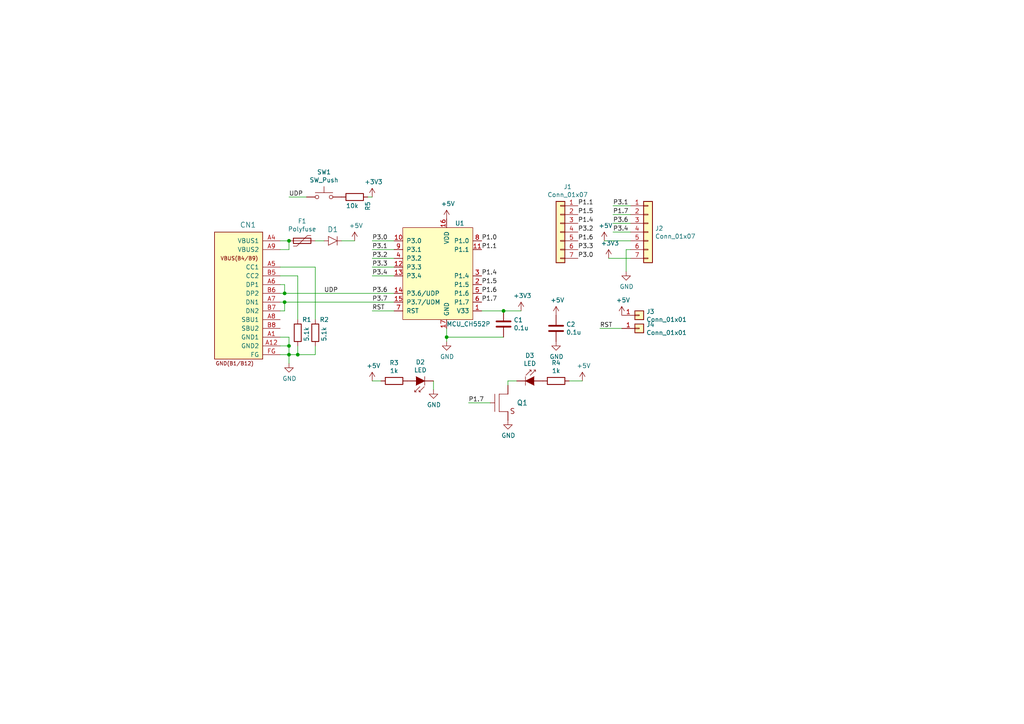
<source format=kicad_sch>
(kicad_sch (version 20211123) (generator eeschema)
  (paper "A4")
  (lib_symbols
    (symbol "Connector_Generic:Conn_01x01" (pin_names (offset 1.016) hide)
      (property "Reference" "J" (at 0 2.54 0))
      (property "Value" "Conn_01x01" (at 0 -2.54 0))
      (symbol "Conn_01x01_1_1"
        (rectangle (start -1.27 0.127) (end 0 -0.127) (stroke (width 0.1524)))
        (rectangle (start -1.27 1.27) (end 1.27 -1.27) (stroke (width 0.254)) (fill (type background)))
        (pin passive line (at -5.08 0 0) (length 3.81) (name "Pin_1") (number "1"))
      )
    )
    (symbol "Connector_Generic:Conn_01x07" (pin_names (offset 1.016) hide)
      (property "Reference" "J" (at 0 10.16 0))
      (property "Value" "Conn_01x07" (at 0 -10.16 0))
      (symbol "Conn_01x07_1_1"
        (rectangle (start -1.27 -7.493) (end 0 -7.747) (stroke (width 0.1524)))
        (rectangle (start -1.27 -4.953) (end 0 -5.207) (stroke (width 0.1524)))
        (rectangle (start -1.27 -2.413) (end 0 -2.667) (stroke (width 0.1524)))
        (rectangle (start -1.27 0.127) (end 0 -0.127) (stroke (width 0.1524)))
        (rectangle (start -1.27 2.667) (end 0 2.413) (stroke (width 0.1524)))
        (rectangle (start -1.27 5.207) (end 0 4.953) (stroke (width 0.1524)))
        (rectangle (start -1.27 7.747) (end 0 7.493) (stroke (width 0.1524)))
        (rectangle (start -1.27 8.89) (end 1.27 -8.89) (stroke (width 0.254)) (fill (type background)))
        (pin passive line (at -5.08 7.62 0) (length 3.81) (name "Pin_1") (number "1"))
        (pin passive line (at -5.08 5.08 0) (length 3.81) (name "Pin_2") (number "2"))
        (pin passive line (at -5.08 2.54 0) (length 3.81) (name "Pin_3") (number "3"))
        (pin passive line (at -5.08 0 0) (length 3.81) (name "Pin_4") (number "4"))
        (pin passive line (at -5.08 -2.54 0) (length 3.81) (name "Pin_5") (number "5"))
        (pin passive line (at -5.08 -5.08 0) (length 3.81) (name "Pin_6") (number "6"))
        (pin passive line (at -5.08 -7.62 0) (length 3.81) (name "Pin_7") (number "7"))
      )
    )
    (symbol "Device:C" (pin_numbers hide) (pin_names (offset 0.254))
      (property "Reference" "C" (at 0.635 2.54 0))
      (property "Value" "C" (at 0.635 -2.54 0))
      (symbol "C_0_1"
        (polyline (pts (xy -2.032 -0.762) (xy 2.032 -0.762)) (stroke (width 0.508)))
        (polyline (pts (xy -2.032 0.762) (xy 2.032 0.762)) (stroke (width 0.508)))
      )
      (symbol "C_1_1"
        (pin passive line (at 0 3.81 270) (length 2.794) (name "~") (number "1"))
        (pin passive line (at 0 -3.81 90) (length 2.794) (name "~") (number "2"))
      )
    )
    (symbol "Device:Polyfuse" (pin_numbers hide) (pin_names (offset 0))
      (property "Reference" "F" (at -2.54 0 90))
      (property "Value" "Polyfuse" (at 2.54 0 90))
      (symbol "Polyfuse_0_1"
        (rectangle (start -0.762 2.54) (end 0.762 -2.54) (stroke (width 0.254)))
        (polyline (pts (xy 0 2.54) (xy 0 -2.54)))
        (polyline (pts (xy -1.524 2.54) (xy -1.524 1.524) (xy 1.524 -1.524) (xy 1.524 -2.54)))
      )
      (symbol "Polyfuse_1_1"
        (pin passive line (at 0 3.81 270) (length 1.27) (name "~") (number "1"))
        (pin passive line (at 0 -3.81 90) (length 1.27) (name "~") (number "2"))
      )
    )
    (symbol "Device:R" (pin_numbers hide) (pin_names (offset 0))
      (property "Reference" "R" (at 2.032 0 90))
      (property "Value" "R" (at 0 0 90))
      (symbol "R_0_1"
        (rectangle (start -1.016 -2.54) (end 1.016 2.54) (stroke (width 0.254)))
      )
      (symbol "R_1_1"
        (pin passive line (at 0 3.81 270) (length 1.27) (name "~") (number "1"))
        (pin passive line (at 0 -3.81 90) (length 1.27) (name "~") (number "2"))
      )
    )
    (symbol "Switch:SW_Push" (pin_numbers hide) (pin_names (offset 1.016) hide)
      (property "Reference" "SW" (at 1.27 2.54 0))
      (property "Value" "SW_Push" (at 0 -1.524 0))
      (symbol "SW_Push_0_1"
        (circle (center -2.032 0) (radius 0.508))
        (polyline (pts (xy 0 1.27) (xy 0 3.048)))
        (polyline (pts (xy 2.54 1.27) (xy -2.54 1.27)))
        (circle (center 2.032 0) (radius 0.508))
        (pin passive line (at -5.08 0 0) (length 2.54) (name "1") (number "1"))
        (pin passive line (at 5.08 0 180) (length 2.54) (name "2") (number "2"))
      )
    )
    (symbol "akita:CON_USB-C-16" (pin_names (offset 1.016))
      (property "Reference" "CN" (at -7.62 20.32 0))
      (symbol "CON_USB-C-16_1_0"
        (text "GND(B1/B12)" (at -5.08 -17.78 0) (effects (font (size 1.0668 1.0668)) (justify left)))
        (text "VBUS(B4/B9)" (at -6.35 12.7 0) (effects (font (size 1.0668 1.0668)) (justify left)))
        (pin bidirectional line (at -12.7 -10.16 0) (length 5.08) (name "GND1") (number "A1"))
        (pin bidirectional line (at -12.7 -12.7 0) (length 5.08) (name "GND2") (number "A12"))
        (pin bidirectional line (at -12.7 17.78 0) (length 5.08) (name "VBUS1") (number "A4"))
        (pin bidirectional line (at -12.7 10.16 0) (length 5.08) (name "CC1") (number "A5"))
        (pin bidirectional line (at -12.7 5.08 0) (length 5.08) (name "DP1") (number "A6"))
        (pin bidirectional line (at -12.7 0 0) (length 5.08) (name "DN1") (number "A7"))
        (pin bidirectional line (at -12.7 -5.08 0) (length 5.08) (name "SBU1") (number "A8"))
        (pin bidirectional line (at -12.7 15.24 0) (length 5.08) (name "VBUS2") (number "A9"))
        (pin bidirectional line (at -12.7 7.62 0) (length 5.08) (name "CC2") (number "B5"))
        (pin bidirectional line (at -12.7 2.54 0) (length 5.08) (name "DP2") (number "B6"))
        (pin bidirectional line (at -12.7 -2.54 0) (length 5.08) (name "DN2") (number "B7"))
        (pin bidirectional line (at -12.7 -7.62 0) (length 5.08) (name "SBU2") (number "B8"))
      )
      (symbol "CON_USB-C-16_1_1"
        (rectangle (start -7.62 20.32) (end 6.35 -16.51) (stroke (width 0.2032)) (fill (type background)))
        (pin power_in line (at -12.7 -15.24 0) (length 5.08) (name "FG") (number "FG"))
      )
    )
    (symbol "akita:DIODE" (pin_names (offset 1.016))
      (property "Reference" "D" (at -2.54 2.54 0))
      (symbol "DIODE_1_0"
        (polyline (pts (xy -2.54 0) (xy -1.27 0)))
        (polyline (pts (xy -1.27 -1.27) (xy 1.27 0)))
        (polyline (pts (xy -1.27 0) (xy -1.27 -1.27)))
        (polyline (pts (xy -1.27 1.27) (xy -1.27 0)))
        (polyline (pts (xy 1.27 0) (xy -1.27 1.27)))
        (polyline (pts (xy 1.27 0) (xy 1.27 -1.27)))
        (polyline (pts (xy 1.27 1.27) (xy 1.27 0)))
        (polyline (pts (xy 2.54 0) (xy 1.27 0)))
        (pin passive line (at -2.54 0 0) (length 0) (name "A") (number "A"))
        (pin passive line (at 2.54 0 180) (length 0) (name "K") (number "K"))
      )
    )
    (symbol "akita:LED" (pin_numbers hide) (pin_names (offset 1.016) hide)
      (property "Reference" "D" (at 0.508 1.778 0))
      (property "Value" "LED" (at -1.016 -2.794 0))
      (symbol "LED_0_1"
        (polyline (pts (xy -2.54 1.27) (xy -2.54 -1.27)) (stroke (width 0.1524)))
        (polyline (pts (xy 0.381 3.175) (xy -0.127 3.175)))
        (polyline (pts (xy -1.143 1.651) (xy 0.381 3.175) (xy 0.381 2.667)))
        (polyline (pts (xy 0 1.27) (xy -2.54 0) (xy 0 -1.27)) (fill (type outline)))
        (polyline (pts (xy -2.413 1.651) (xy -0.889 3.175) (xy -0.889 2.667) (xy -0.889 3.175) (xy -1.397 3.175)))
      )
      (symbol "LED_1_1"
        (pin passive line (at -5.08 0 0) (length 2.54) (name "K") (number "1"))
        (pin passive line (at 2.54 0 180) (length 2.54) (name "A") (number "2"))
      )
    )
    (symbol "akita:MCU_CH552P" (pin_names (offset 1.016))
      (property "Reference" "U" (at 13.97 -2.54 0))
      (property "Value" "MCU_CH552P" (at 10.16 -13.97 0))
      (symbol "MCU_CH552P_0_1"
        (rectangle (start -10.16 13.97) (end 10.16 -12.7) (fill (type background)))
      )
      (symbol "MCU_CH552P_1_1"
        (pin power_out line (at 12.7 -10.16 180) (length 2.54) (name "V33") (number "1"))
        (pin input line (at -12.7 10.16 0) (length 2.54) (name "P3.0") (number "10"))
        (pin input line (at 12.7 7.62 180) (length 2.54) (name "P1.1") (number "11"))
        (pin input line (at -12.7 2.54 0) (length 2.54) (name "P3.3") (number "12"))
        (pin input line (at -12.7 0 0) (length 2.54) (name "P3.4") (number "13"))
        (pin input line (at -12.7 -5.08 0) (length 2.54) (name "P3.6/UDP") (number "14"))
        (pin input line (at -12.7 -7.62 0) (length 2.54) (name "P3.7/UDM") (number "15"))
        (pin power_in line (at 2.54 16.51 270) (length 2.54) (name "VDD") (number "16"))
        (pin power_in line (at 2.54 -15.24 90) (length 2.54) (name "GND") (number "17"))
        (pin bidirectional line (at 12.7 -2.54 180) (length 2.54) (name "P1.5") (number "2"))
        (pin bidirectional line (at 12.7 0 180) (length 2.54) (name "P1.4") (number "3"))
        (pin input line (at -12.7 5.08 0) (length 2.54) (name "P3.2") (number "4"))
        (pin bidirectional line (at 12.7 -5.08 180) (length 2.54) (name "P1.6") (number "5"))
        (pin bidirectional line (at 12.7 -7.62 180) (length 2.54) (name "P1.7") (number "6"))
        (pin input line (at -12.7 -10.16 0) (length 2.54) (name "RST") (number "7"))
        (pin input line (at 12.7 10.16 180) (length 2.54) (name "P1.0") (number "8"))
        (pin input line (at -12.7 7.62 0) (length 2.54) (name "P3.1") (number "9"))
      )
    )
    (symbol "akita:TR_NMOS_IRLML6344" (pin_names (offset 1.016))
      (property "Reference" "Q" (at 3.048 0.508 0))
      (symbol "TR_NMOS_IRLML6344_1_0"
        (polyline (pts (xy -2.54 0) (xy -1.27 0)))
        (polyline (pts (xy -1.27 2.54) (xy -1.27 -2.54)))
        (polyline (pts (xy 0 -2.54) (xy 2.54 -2.54)))
        (polyline (pts (xy 0 2.54) (xy 0 -2.54)))
        (polyline (pts (xy 2.54 2.54) (xy 0 2.54)))
        (text "S" (at 3.048 -3.302 0) (effects (font (size 1.4986 1.4986)) (justify left bottom)))
        (pin bidirectional line (at -2.54 0 0) (length 0) (name "G") (number "1"))
        (pin bidirectional line (at 2.54 -5.08 90) (length 2.54) (name "S") (number "2"))
        (pin bidirectional line (at 2.54 5.08 270) (length 2.54) (name "D") (number "3"))
      )
    )
    (symbol "power:+3V3" (power) (pin_names (offset 0))
      (property "Value" "+3V3" (at 0 3.556 0))
      (symbol "+3V3_0_1"
        (polyline (pts (xy -0.762 1.27) (xy 0 2.54)))
        (polyline (pts (xy 0 0) (xy 0 2.54)))
        (polyline (pts (xy 0 2.54) (xy 0.762 1.27)))
      )
      (symbol "+3V3_1_1"
        (pin power_in line (at 0 0 90) (length 0) hide (name "+3V3") (number "1"))
      )
    )
    (symbol "power:+5V" (power) (pin_names (offset 0))
      (property "Value" "+5V" (at 0 3.556 0))
      (symbol "+5V_0_1"
        (polyline (pts (xy -0.762 1.27) (xy 0 2.54)))
        (polyline (pts (xy 0 0) (xy 0 2.54)))
        (polyline (pts (xy 0 2.54) (xy 0.762 1.27)))
      )
      (symbol "+5V_1_1"
        (pin power_in line (at 0 0 90) (length 0) hide (name "+5V") (number "1"))
      )
    )
    (symbol "power:GND" (power) (pin_names (offset 0))
      (property "Value" "GND" (at 0 -3.81 0))
      (symbol "GND_0_1"
        (polyline (pts (xy 0 0) (xy 0 -1.27) (xy 1.27 -1.27) (xy 0 -2.54) (xy -1.27 -1.27) (xy 0 -1.27)))
      )
      (symbol "GND_1_1"
        (pin power_in line (at 0 0 270) (length 0) hide (name "GND") (number "1"))
      )
    )
  )
  (junction (at 82.55 85.09))
  (junction (at 82.55 87.63))
  (junction (at 83.82 102.87))
  (junction (at 83.82 69.85))
  (junction (at 146.05 90.17))
  (junction (at 86.36 102.87))
  (junction (at 129.54 97.79))
  (junction (at 83.82 100.33))
  (wire (pts (xy 129.54 99.06) (xy 129.54 97.79)))
  (wire (pts (xy 81.28 82.55) (xy 82.55 82.55)))
  (wire (pts (xy 83.82 97.79) (xy 83.82 100.33)))
  (wire (pts (xy 82.55 87.63) (xy 114.3 87.63)))
  (wire (pts (xy 81.28 85.09) (xy 82.55 85.09)))
  (wire (pts (xy 99.06 69.85) (xy 102.87 69.85)))
  (wire (pts (xy 81.28 69.85) (xy 83.82 69.85)))
  (wire (pts (xy 82.55 85.09) (xy 114.3 85.09)))
  (wire (pts (xy 91.44 69.85) (xy 93.98 69.85)))
  (wire (pts (xy 86.36 102.87) (xy 91.44 102.87)))
  (wire (pts (xy 180.34 95.25) (xy 173.99 95.25)))
  (wire (pts (xy 177.8 62.23) (xy 182.88 62.23)))
  (wire (pts (xy 182.88 59.69) (xy 177.8 59.69)))
  (wire (pts (xy 114.3 72.39) (xy 107.95 72.39)))
  (wire (pts (xy 86.36 80.01) (xy 86.36 92.71)))
  (wire (pts (xy 81.28 102.87) (xy 83.82 102.87)))
  (wire (pts (xy 181.61 72.39) (xy 181.61 78.74)))
  (wire (pts (xy 86.36 102.87) (xy 86.36 100.33)))
  (wire (pts (xy 182.88 67.31) (xy 177.8 67.31)))
  (wire (pts (xy 182.88 69.85) (xy 175.26 69.85)))
  (wire (pts (xy 147.32 110.49) (xy 147.32 111.76)))
  (wire (pts (xy 83.82 72.39) (xy 83.82 69.85)))
  (wire (pts (xy 91.44 102.87) (xy 91.44 100.33)))
  (wire (pts (xy 114.3 69.85) (xy 107.95 69.85)))
  (wire (pts (xy 81.28 100.33) (xy 83.82 100.33)))
  (wire (pts (xy 83.82 102.87) (xy 86.36 102.87)))
  (wire (pts (xy 146.05 90.17) (xy 151.13 90.17)))
  (wire (pts (xy 110.49 110.49) (xy 107.95 110.49)))
  (wire (pts (xy 81.28 72.39) (xy 83.82 72.39)))
  (wire (pts (xy 81.28 97.79) (xy 83.82 97.79)))
  (wire (pts (xy 82.55 90.17) (xy 82.55 87.63)))
  (wire (pts (xy 81.28 80.01) (xy 86.36 80.01)))
  (wire (pts (xy 182.88 72.39) (xy 181.61 72.39)))
  (wire (pts (xy 91.44 77.47) (xy 91.44 92.71)))
  (wire (pts (xy 139.7 90.17) (xy 146.05 90.17)))
  (wire (pts (xy 165.1 110.49) (xy 168.91 110.49)))
  (wire (pts (xy 81.28 77.47) (xy 91.44 77.47)))
  (wire (pts (xy 106.68 57.15) (xy 107.95 57.15)))
  (wire (pts (xy 83.82 102.87) (xy 83.82 105.41)))
  (wire (pts (xy 149.86 110.49) (xy 147.32 110.49)))
  (wire (pts (xy 114.3 77.47) (xy 107.95 77.47)))
  (wire (pts (xy 83.82 100.33) (xy 83.82 102.87)))
  (wire (pts (xy 129.54 97.79) (xy 129.54 95.25)))
  (wire (pts (xy 81.28 90.17) (xy 82.55 90.17)))
  (wire (pts (xy 125.73 113.03) (xy 125.73 110.49)))
  (wire (pts (xy 182.88 74.93) (xy 176.53 74.93)))
  (wire (pts (xy 142.24 116.84) (xy 135.89 116.84)))
  (wire (pts (xy 81.28 87.63) (xy 82.55 87.63)))
  (wire (pts (xy 88.9 57.15) (xy 83.82 57.15)))
  (wire (pts (xy 114.3 74.93) (xy 107.95 74.93)))
  (wire (pts (xy 107.95 90.17) (xy 114.3 90.17)))
  (wire (pts (xy 114.3 80.01) (xy 107.95 80.01)))
  (wire (pts (xy 146.05 97.79) (xy 129.54 97.79)))
  (wire (pts (xy 182.88 64.77) (xy 177.8 64.77)))
  (wire (pts (xy 82.55 82.55) (xy 82.55 85.09)))
  (label "P1.4" (at 167.64 64.77 0))
  (label "P3.6" (at 107.95 85.09 0))
  (label "RST" (at 173.99 95.25 0))
  (label "P1.5" (at 139.7 82.55 0))
  (label "P3.7" (at 107.95 87.63 0))
  (label "P1.1" (at 139.7 72.39 0))
  (label "P3.0" (at 167.64 74.93 0))
  (label "P3.4" (at 107.95 80.01 0))
  (label "UDP" (at 83.82 57.15 0))
  (label "P1.7" (at 139.7 87.63 0))
  (label "RST" (at 107.95 90.17 0))
  (label "P1.1" (at 167.64 59.69 0))
  (label "P1.4" (at 139.7 80.01 0))
  (label "P3.1" (at 177.8 59.69 0))
  (label "P3.2" (at 167.64 67.31 0))
  (label "P1.5" (at 167.64 62.23 0))
  (label "P1.6" (at 139.7 85.09 0))
  (label "P3.6" (at 177.8 64.77 0))
  (label "P1.0" (at 139.7 69.85 0))
  (label "P3.1" (at 107.95 72.39 0))
  (label "P3.3" (at 167.64 72.39 0))
  (label "P3.2" (at 107.95 74.93 0))
  (label "P3.3" (at 107.95 77.47 0))
  (label "P3.4" (at 177.8 67.31 0))
  (label "P1.7" (at 177.8 62.23 0))
  (label "P1.6" (at 167.64 69.85 0))
  (label "P3.0" (at 107.95 69.85 0))
  (label "P1.7" (at 135.89 116.84 0))
  (label "UDP" (at 93.98 85.09 0))
  (symbol (lib_id "power:+5V") (at 129.54 63.5 0) (unit 1)
    (property "Reference" "#PWR05" (effects hide))
    (property "Value" "+5V" (at 129.921 59.1058 0))
  )
  (symbol (lib_id "power:GND") (at 129.54 99.06 0) (unit 1)
    (property "Reference" "#PWR06" (effects hide))
    (property "Value" "GND" (at 129.667 103.4542 0))
  )
  (symbol (lib_id "power:+3V3") (at 151.13 90.17 0) (unit 1)
    (property "Reference" "#PWR07" (effects hide))
    (property "Value" "+3V3" (at 151.511 85.7758 0))
  )
  (symbol (lib_id "akita:CON_USB-C-16") (at 68.58 87.63 0) (mirror y) (unit 1)
    (property "Reference" "CN1" (at 71.9328 65.2272 0) (effects (font (size 1.4986 1.4986))))
    (property "Value" "CON_USB-C-16" (effects hide))
    (property "Footprint" "akita:USB-C_16P_TH" (effects hide))
  )
  (symbol (lib_id "Device:R") (at 86.36 96.52 0) (unit 1)
    (property "Reference" "R1" (at 87.63 92.71 0) (effects (justify left)))
    (property "Value" "5.1k" (at 88.9 99.06 90) (effects (justify left)))
    (property "Footprint" "Resistor_SMD:R_0603_1608Metric" (effects hide))
  )
  (symbol (lib_id "Device:C") (at 146.05 93.98 0) (unit 1)
    (property "Reference" "C1" (at 148.971 92.8116 0) (effects (justify left)))
    (property "Value" "0.1u" (at 148.971 95.123 0) (effects (justify left)))
    (property "Footprint" "Capacitor_SMD:C_0603_1608Metric" (effects hide))
  )
  (symbol (lib_id "power:+5V") (at 175.26 69.85 0) (unit 1)
    (property "Reference" "#PWR0105" (effects hide))
    (property "Value" "+5V" (at 175.641 65.4558 0))
  )
  (symbol (lib_id "Device:R") (at 91.44 96.52 0) (unit 1)
    (property "Reference" "R2" (at 92.71 92.71 0) (effects (justify left)))
    (property "Value" "5.1k" (at 93.98 99.06 90) (effects (justify left)))
    (property "Footprint" "Resistor_SMD:R_0603_1608Metric" (effects hide))
  )
  (symbol (lib_id "power:+5V") (at 102.87 69.85 0) (unit 1)
    (property "Reference" "#PWR02" (effects hide))
    (property "Value" "+5V" (at 103.251 65.4558 0))
  )
  (symbol (lib_id "power:+3V3") (at 176.53 74.93 0) (unit 1)
    (property "Reference" "#PWR0106" (effects hide))
    (property "Value" "+3V3" (at 176.911 70.5358 0))
  )
  (symbol (lib_id "power:GND") (at 83.82 105.41 0) (unit 1)
    (property "Reference" "#PWR01" (effects hide))
    (property "Value" "GND" (at 83.947 109.8042 0))
  )
  (symbol (lib_id "Device:Polyfuse") (at 87.63 69.85 270) (unit 1)
    (property "Reference" "F1" (at 87.63 64.135 90))
    (property "Value" "Polyfuse" (at 87.63 66.4464 90))
    (property "Footprint" "Resistor_SMD:R_1210_3225Metric" (effects hide))
  )
  (symbol (lib_id "power:GND") (at 161.29 99.06 0) (unit 1)
    (property "Reference" "#PWR09" (effects hide))
    (property "Value" "GND" (at 161.417 103.4542 0))
  )
  (symbol (lib_id "Device:C") (at 161.29 95.25 0) (unit 1)
    (property "Reference" "C2" (at 164.211 94.0816 0) (effects (justify left)))
    (property "Value" "0.1u" (at 164.211 96.393 0) (effects (justify left)))
    (property "Footprint" "Capacitor_SMD:C_0603_1608Metric" (effects hide))
  )
  (symbol (lib_id "power:+5V") (at 161.29 91.44 0) (unit 1)
    (property "Reference" "#PWR08" (effects hide))
    (property "Value" "+5V" (at 161.671 87.0458 0))
  )
  (symbol (lib_id "akita:MCU_CH552P") (at 127 80.01 0) (unit 1)
    (property "Reference" "U1" (at 133.35 64.77 0))
    (property "Value" "MCU_CH552P" (at 135.89 93.98 0))
    (property "Footprint" "Package_DFN_QFN:QFN-16-1EP_3x3mm_P0.5mm_EP1.75x1.75mm_ThermalVias" (effects hide))
  )
  (symbol (lib_id "akita:LED") (at 120.65 110.49 180) (unit 1)
    (property "Reference" "D2" (at 121.92 105.029 0))
    (property "Value" "LED" (at 121.92 107.3404 0))
    (property "Footprint" "LED_SMD:LED_0603_1608Metric" (effects hide))
    (property "Datasheet" "http://www.osram-os.com/Graphics/XPic6/00029609_0.pdf/SFh%20460.pdf" (effects hide))
  )
  (symbol (lib_id "power:+5V") (at 107.95 110.49 0) (unit 1)
    (property "Reference" "#PWR03" (effects hide))
    (property "Value" "+5V" (at 108.331 106.0958 0))
  )
  (symbol (lib_id "Device:R") (at 114.3 110.49 270) (unit 1)
    (property "Reference" "R3" (at 114.3 105.2322 90))
    (property "Value" "1k" (at 114.3 107.5436 90))
    (property "Footprint" "Resistor_SMD:R_0603_1608Metric" (effects hide))
  )
  (symbol (lib_id "power:GND") (at 125.73 113.03 0) (unit 1)
    (property "Reference" "#PWR04" (effects hide))
    (property "Value" "GND" (at 125.857 117.4242 0))
  )
  (symbol (lib_id "akita:TR_NMOS_IRLML6344") (at 144.78 116.84 0) (unit 1)
    (property "Reference" "Q1" (at 149.86 116.84 0) (effects (font (size 1.4986 1.4986)) (justify left)))
    (property "Value" "TR_NMOS_IRLML6344" (effects hide))
    (property "Footprint" "Package_TO_SOT_SMD:SOT-23" (effects hide))
  )
  (symbol (lib_id "akita:LED") (at 154.94 110.49 0) (unit 1)
    (property "Reference" "D3" (at 153.67 103.124 0))
    (property "Value" "LED" (at 153.67 105.4354 0))
    (property "Footprint" "LED_SMD:LED_0603_1608Metric" (effects hide))
    (property "Datasheet" "http://www.osram-os.com/Graphics/XPic6/00029609_0.pdf/SFh%20460.pdf" (effects hide))
  )
  (symbol (lib_id "Device:R") (at 161.29 110.49 270) (unit 1)
    (property "Reference" "R4" (at 161.29 105.2322 90))
    (property "Value" "1k" (at 161.29 107.5436 90))
    (property "Footprint" "Resistor_SMD:R_0603_1608Metric" (effects hide))
  )
  (symbol (lib_id "power:GND") (at 147.32 121.92 0) (unit 1)
    (property "Reference" "#PWR0101" (effects hide))
    (property "Value" "GND" (at 147.447 126.3142 0))
  )
  (symbol (lib_id "power:+5V") (at 168.91 110.49 0) (unit 1)
    (property "Reference" "#PWR0102" (effects hide))
    (property "Value" "+5V" (at 169.291 106.0958 0))
  )
  (symbol (lib_id "Connector_Generic:Conn_01x01") (at 185.42 95.25 0) (unit 1)
    (property "Reference" "J4" (at 187.452 94.1832 0) (effects (justify left)))
    (property "Value" "Conn_01x01" (at 187.452 96.4946 0) (effects (justify left)))
    (property "Footprint" "akita:Pad_SMD1.6mm" (effects hide))
  )
  (symbol (lib_id "Connector_Generic:Conn_01x01") (at 185.42 91.44 0) (unit 1)
    (property "Reference" "J3" (at 187.452 90.3732 0) (effects (justify left)))
    (property "Value" "Conn_01x01" (at 187.452 92.6846 0) (effects (justify left)))
    (property "Footprint" "akita:Pad_SMD1.6mm" (effects hide))
  )
  (symbol (lib_id "power:+5V") (at 180.34 91.44 0) (unit 1)
    (property "Reference" "#PWR0107" (effects hide))
    (property "Value" "+5V" (at 180.721 87.0458 0))
  )
  (symbol (lib_id "akita:DIODE") (at 96.52 69.85 0) (unit 1)
    (property "Reference" "D1" (at 96.52 66.548 0) (effects (font (size 1.4986 1.4986))))
    (property "Value" "DIODE" (effects hide))
    (property "Footprint" "akita:D_SOD123FL" (effects hide))
  )
  (symbol (lib_id "Switch:SW_Push") (at 93.98 57.15 0) (unit 1)
    (property "Reference" "SW1" (at 93.98 49.911 0))
    (property "Value" "SW_Push" (at 93.98 52.2224 0))
    (property "Footprint" "Button_Switch_SMD:SW_Push_SPST_NO_Alps_SKRK" (effects hide))
  )
  (symbol (lib_id "Device:R") (at 102.87 57.15 270) (unit 1)
    (property "Reference" "R5" (at 106.68 58.42 0) (effects (justify left)))
    (property "Value" "10k" (at 100.33 59.69 90) (effects (justify left)))
    (property "Footprint" "Resistor_SMD:R_0603_1608Metric" (effects hide))
  )
  (symbol (lib_id "power:+3V3") (at 107.95 57.15 0) (unit 1)
    (property "Reference" "#PWR0103" (effects hide))
    (property "Value" "+3V3" (at 108.331 52.7558 0))
  )
  (symbol (lib_id "Connector_Generic:Conn_01x07") (at 162.56 67.31 0) (mirror y) (unit 1)
    (property "Reference" "J1" (at 164.6428 54.1782 0))
    (property "Value" "Conn_01x07" (at 164.6428 56.4896 0))
    (property "Footprint" "akita:Socker2.54mm_7p_OvalPad" (effects hide))
  )
  (symbol (lib_id "Connector_Generic:Conn_01x07") (at 187.96 67.31 0) (unit 1)
    (property "Reference" "J2" (at 189.992 66.2432 0) (effects (justify left)))
    (property "Value" "Conn_01x07" (at 189.992 68.5546 0) (effects (justify left)))
    (property "Footprint" "akita:Socker2.54mm_7p_OvalPad" (effects hide))
  )
  (symbol (lib_id "power:GND") (at 181.61 78.74 0) (unit 1)
    (property "Reference" "#PWR0104" (effects hide))
    (property "Value" "GND" (at 181.737 83.1342 0))
  )
)
</source>
